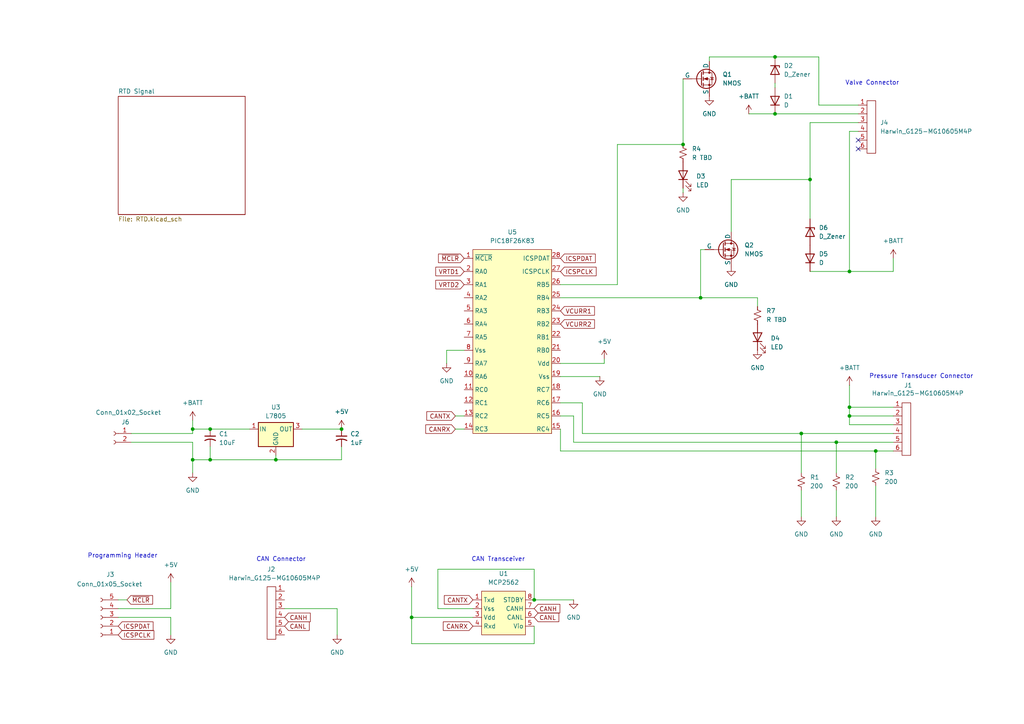
<source format=kicad_sch>
(kicad_sch (version 20250114) (generator "eeschema") (generator_version "9.0")
  (paper "A4")
  (lib_symbols
    (symbol "Connector:Conn_01x02_Socket" (pin_names (offset 1.016) (hide yes))
      (property "Reference" "J" (at 0 2.54 0))
      (property "Value" "Conn_01x02_Socket" (at 0 -5.08 0))
      (symbol "Conn_01x02_Socket_1_1"
        (polyline (pts (xy -1.27 0) (xy -0.508 0)) (stroke (width 0.1524)))
        (polyline (pts (xy -1.27 -2.54) (xy -0.508 -2.54)) (stroke (width 0.1524)))
        (arc (start 0 -0.508) (mid -0.5058 0) (end 0 0.508) (stroke (width 0.1524)))
        (arc (start 0 -3.048) (mid -0.5058 -2.54) (end 0 -2.032) (stroke (width 0.1524)))
        (pin passive line (at -5.08 0 0) (length 3.81) (name "Pin_1") (number "1"))
        (pin passive line (at -5.08 -2.54 0) (length 3.81) (name "Pin_2") (number "2"))
      )
    )
    (symbol "Connector:Conn_01x05_Socket" (pin_names (offset 1.016) (hide yes))
      (property "Reference" "J" (at 0 7.62 0))
      (property "Value" "Conn_01x05_Socket" (at 0 -7.62 0))
      (symbol "Conn_01x05_Socket_1_1"
        (polyline (pts (xy -1.27 5.08) (xy -0.508 5.08)) (stroke (width 0.1524)))
        (polyline (pts (xy -1.27 2.54) (xy -0.508 2.54)) (stroke (width 0.1524)))
        (polyline (pts (xy -1.27 0) (xy -0.508 0)) (stroke (width 0.1524)))
        (polyline (pts (xy -1.27 -2.54) (xy -0.508 -2.54)) (stroke (width 0.1524)))
        (polyline (pts (xy -1.27 -5.08) (xy -0.508 -5.08)) (stroke (width 0.1524)))
        (arc (start 0 4.572) (mid -0.5058 5.08) (end 0 5.588) (stroke (width 0.1524)))
        (arc (start 0 2.032) (mid -0.5058 2.54) (end 0 3.048) (stroke (width 0.1524)))
        (arc (start 0 -0.508) (mid -0.5058 0) (end 0 0.508) (stroke (width 0.1524)))
        (arc (start 0 -3.048) (mid -0.5058 -2.54) (end 0 -2.032) (stroke (width 0.1524)))
        (arc (start 0 -5.588) (mid -0.5058 -5.08) (end 0 -4.572) (stroke (width 0.1524)))
        (pin passive line (at -5.08 5.08 0) (length 3.81) (name "Pin_1") (number "1"))
        (pin passive line (at -5.08 2.54 0) (length 3.81) (name "Pin_2") (number "2"))
        (pin passive line (at -5.08 0 0) (length 3.81) (name "Pin_3") (number "3"))
        (pin passive line (at -5.08 -2.54 0) (length 3.81) (name "Pin_4") (number "4"))
        (pin passive line (at -5.08 -5.08 0) (length 3.81) (name "Pin_5") (number "5"))
      )
    )
    (symbol "Device:C_Small_US" (pin_numbers (hide yes)) (pin_names (offset 0.254) (hide yes))
      (property "Reference" "C" (at 0.254 1.778 0))
      (property "Value" "C_Small_US" (at 0.254 -2.032 0))
      (symbol "C_Small_US_0_1"
        (polyline (pts (xy -1.524 0.508) (xy 1.524 0.508)) (stroke (width 0.3048)))
        (arc (start -1.524 -0.762) (mid 0 -0.3734) (end 1.524 -0.762) (stroke (width 0.3048)))
      )
      (symbol "C_Small_US_1_1"
        (pin passive line (at 0 2.54 270) (length 2.032) (name "~") (number "1"))
        (pin passive line (at 0 -2.54 90) (length 2.032) (name "~") (number "2"))
      )
    )
    (symbol "Device:D" (pin_numbers (hide yes)) (pin_names (offset 1.016) (hide yes))
      (property "Reference" "D" (at 0 2.54 0))
      (property "Value" "D" (at 0 -2.54 0))
      (symbol "D_0_1"
        (polyline (pts (xy -1.27 1.27) (xy -1.27 -1.27)) (stroke (width 0.254)))
        (polyline (pts (xy 1.27 1.27) (xy 1.27 -1.27) (xy -1.27 0) (xy 1.27 1.27)) (stroke (width 0.254)))
        (polyline (pts (xy 1.27 0) (xy -1.27 0)))
      )
      (symbol "D_1_1"
        (pin passive line (at -3.81 0 0) (length 2.54) (name "K") (number "1"))
        (pin passive line (at 3.81 0 180) (length 2.54) (name "A") (number "2"))
      )
    )
    (symbol "Device:D_Zener" (pin_numbers (hide yes)) (pin_names (offset 1.016) (hide yes))
      (property "Reference" "D" (at 0 2.54 0))
      (property "Value" "D_Zener" (at 0 -2.54 0))
      (symbol "D_Zener_0_1"
        (polyline (pts (xy -1.27 -1.27) (xy -1.27 1.27) (xy -0.762 1.27)) (stroke (width 0.254)))
        (polyline (pts (xy 1.27 0) (xy -1.27 0)))
        (polyline (pts (xy 1.27 -1.27) (xy 1.27 1.27) (xy -1.27 0) (xy 1.27 -1.27)) (stroke (width 0.254)))
      )
      (symbol "D_Zener_1_1"
        (pin passive line (at -3.81 0 0) (length 2.54) (name "K") (number "1"))
        (pin passive line (at 3.81 0 180) (length 2.54) (name "A") (number "2"))
      )
    )
    (symbol "Device:LED" (pin_numbers (hide yes)) (pin_names (offset 1.016) (hide yes))
      (property "Reference" "D" (at 0 2.54 0))
      (property "Value" "LED" (at 0 -2.54 0))
      (symbol "LED_0_1"
        (polyline (pts (xy -3.048 -0.762) (xy -4.572 -2.286) (xy -3.81 -2.286) (xy -4.572 -2.286) (xy -4.572 -1.524)))
        (polyline (pts (xy -1.778 -0.762) (xy -3.302 -2.286) (xy -2.54 -2.286) (xy -3.302 -2.286) (xy -3.302 -1.524)))
        (polyline (pts (xy -1.27 0) (xy 1.27 0)))
        (polyline (pts (xy -1.27 -1.27) (xy -1.27 1.27)) (stroke (width 0.254)))
        (polyline (pts (xy 1.27 -1.27) (xy 1.27 1.27) (xy -1.27 0) (xy 1.27 -1.27)) (stroke (width 0.254)))
      )
      (symbol "LED_1_1"
        (pin passive line (at -3.81 0 0) (length 2.54) (name "K") (number "1"))
        (pin passive line (at 3.81 0 180) (length 2.54) (name "A") (number "2"))
      )
    )
    (symbol "Device:R_Small_US" (pin_numbers (hide yes)) (pin_names (offset 0.254) (hide yes))
      (property "Reference" "R" (at 0.762 0.508 0))
      (property "Value" "R_Small_US" (at 0.762 -1.016 0))
      (symbol "R_Small_US_1_1"
        (polyline (pts (xy 0 1.524) (xy 1.016 1.143) (xy 0 0.762) (xy -1.016 0.381) (xy 0 0)))
        (polyline (pts (xy 0 0) (xy 1.016 -0.381) (xy 0 -0.762) (xy -1.016 -1.143) (xy 0 -1.524)))
        (pin passive line (at 0 2.54 270) (length 1.016) (name "~") (number "1"))
        (pin passive line (at 0 -2.54 90) (length 1.016) (name "~") (number "2"))
      )
    )
    (symbol "FYDP_Library:Harwin_G125-MG10605M4P"
      (property "Reference" "J" (at 0.508 4.318 0))
      (property "Value" "Harwin_G125-MG10605M4P" (at 0.762 1.778 0))
      (symbol "Harwin_G125-MG10605M4P_0_1"
        (rectangle (start -1.27 0) (end 1.27 -15.24))
      )
      (symbol "Harwin_G125-MG10605M4P_1_1"
        (pin output line (at -3.81 -1.27 0) (length 2.54) (name "") (number "1"))
        (pin output line (at -3.81 -3.81 0) (length 2.54) (name "") (number "2"))
        (pin output line (at -3.81 -6.35 0) (length 2.54) (name "") (number "3"))
        (pin output line (at -3.81 -8.89 0) (length 2.54) (name "") (number "4"))
        (pin output line (at -3.81 -11.43 0) (length 2.54) (name "") (number "5"))
        (pin output line (at -3.81 -13.97 0) (length 2.54) (name "") (number "6"))
      )
    )
    (symbol "FYDP_Library:MCP2562"
      (property "Reference" "U" (at 0 5.334 0))
      (property "Value" "MCP2562" (at 0.254 2.54 0))
      (symbol "MCP2562_1_1"
        (rectangle (start -6.35 1.27) (end 6.35 -11.43) (fill (type background)))
        (pin input line (at -8.89 -1.27 0) (length 2.54) (name "Txd") (number "1"))
        (pin power_in line (at -8.89 -3.81 0) (length 2.54) (name "Vss") (number "2"))
        (pin power_in line (at -8.89 -6.35 0) (length 2.54) (name "Vdd") (number "3"))
        (pin input line (at -8.89 -8.89 0) (length 2.54) (name "Rxd") (number "4"))
        (pin input line (at 8.89 -1.27 180) (length 2.54) (name "STDBY") (number "8"))
        (pin input line (at 8.89 -3.81 180) (length 2.54) (name "CANH") (number "7"))
        (pin input line (at 8.89 -6.35 180) (length 2.54) (name "CANL") (number "6"))
        (pin input line (at 8.89 -8.89 180) (length 2.54) (name "Vio") (number "5"))
      )
    )
    (symbol "FYDP_Library:PIC18F26K83"
      (property "Reference" "U" (at 0 3.302 0))
      (property "Value" "PIC18F26K83" (at 0 1.27 0))
      (symbol "PIC18F26K83_1_1"
        (rectangle (start -11.43 0) (end 11.43 -53.34) (fill (type background)))
        (pin input line (at -13.97 -2.54 0) (length 2.54) (name "~{MCLR}") (number "1"))
        (pin input line (at -13.97 -6.35 0) (length 2.54) (name "RA0") (number "2"))
        (pin input line (at -13.97 -10.16 0) (length 2.54) (name "RA1") (number "3"))
        (pin input line (at -13.97 -13.97 0) (length 2.54) (name "RA2") (number "4"))
        (pin input line (at -13.97 -17.78 0) (length 2.54) (name "RA3") (number "5"))
        (pin input line (at -13.97 -21.59 0) (length 2.54) (name "RA4") (number "6"))
        (pin input line (at -13.97 -25.4 0) (length 2.54) (name "RA5") (number "7"))
        (pin power_in line (at -13.97 -29.21 0) (length 2.54) (name "Vss") (number "8"))
        (pin input line (at -13.97 -33.02 0) (length 2.54) (name "RA7") (number "9"))
        (pin input line (at -13.97 -36.83 0) (length 2.54) (name "RA6") (number "10"))
        (pin input line (at -13.97 -40.64 0) (length 2.54) (name "RC0") (number "11"))
        (pin input line (at -13.97 -44.45 0) (length 2.54) (name "RC1") (number "12"))
        (pin input line (at -13.97 -48.26 0) (length 2.54) (name "RC2") (number "13"))
        (pin input line (at -13.97 -52.07 0) (length 2.54) (name "RC3") (number "14"))
        (pin input line (at 13.97 -2.54 180) (length 2.54) (name "ICSPDAT") (number "28"))
        (pin input line (at 13.97 -6.35 180) (length 2.54) (name "ICSPCLK") (number "27"))
        (pin input line (at 13.97 -10.16 180) (length 2.54) (name "RB5") (number "26"))
        (pin input line (at 13.97 -13.97 180) (length 2.54) (name "RB4") (number "25"))
        (pin input line (at 13.97 -17.78 180) (length 2.54) (name "RB3") (number "24"))
        (pin input line (at 13.97 -21.59 180) (length 2.54) (name "RB2") (number "23"))
        (pin input line (at 13.97 -25.4 180) (length 2.54) (name "RB1") (number "22"))
        (pin input line (at 13.97 -29.21 180) (length 2.54) (name "RB0") (number "21"))
        (pin power_in line (at 13.97 -33.02 180) (length 2.54) (name "Vdd") (number "20"))
        (pin power_in line (at 13.97 -36.83 180) (length 2.54) (name "Vss") (number "19"))
        (pin input line (at 13.97 -40.64 180) (length 2.54) (name "RC7") (number "18"))
        (pin input line (at 13.97 -44.45 180) (length 2.54) (name "RC6") (number "17"))
        (pin input line (at 13.97 -48.26 180) (length 2.54) (name "RC5") (number "16"))
        (pin input line (at 13.97 -52.07 180) (length 2.54) (name "RC4") (number "15"))
      )
    )
    (symbol "Harwin_G125-MG10605M4P_1"
      (property "Reference" "J" (at 0.508 4.318 0))
      (property "Value" "Harwin_G125-MG10605M4P" (at 0.762 1.778 0))
      (symbol "Harwin_G125-MG10605M4P_1_0_1"
        (rectangle (start -1.27 0) (end 1.27 -15.24))
      )
      (symbol "Harwin_G125-MG10605M4P_1_1_1"
        (pin output line (at -3.81 -1.27 0) (length 2.54) (name "") (number "1"))
        (pin output line (at -3.81 -3.81 0) (length 2.54) (name "") (number "2"))
        (pin output line (at -3.81 -6.35 0) (length 2.54) (name "") (number "3"))
        (pin output line (at -3.81 -8.89 0) (length 2.54) (name "") (number "4"))
        (pin output line (at -3.81 -11.43 0) (length 2.54) (name "") (number "5"))
        (pin output line (at -3.81 -13.97 0) (length 2.54) (name "") (number "6"))
      )
    )
    (symbol "Regulator_Linear:L7805" (pin_names (offset 0.254))
      (property "Reference" "U" (at -3.81 3.175 0))
      (property "Value" "L7805" (at 0 3.175 0))
      (symbol "L7805_0_1"
        (rectangle (start -5.08 1.905) (end 5.08 -5.08) (stroke (width 0.254)) (fill (type background)))
      )
      (symbol "L7805_1_1"
        (pin power_in line (at -7.62 0 0) (length 2.54) (name "IN") (number "1"))
        (pin power_in line (at 0 -7.62 90) (length 2.54) (name "GND") (number "2"))
        (pin power_out line (at 7.62 0 180) (length 2.54) (name "OUT") (number "3"))
      )
    )
    (symbol "Simulation_SPICE:NMOS" (pin_numbers (hide yes)) (pin_names (offset 0))
      (property "Reference" "Q" (at 5.08 1.27 0))
      (property "Value" "NMOS" (at 5.08 -1.27 0))
      (symbol "NMOS_0_1"
        (polyline (pts (xy 0.254 1.905) (xy 0.254 -1.905)) (stroke (width 0.254)))
        (polyline (pts (xy 0.254 0) (xy -2.54 0)))
        (polyline (pts (xy 0.762 2.286) (xy 0.762 1.27)) (stroke (width 0.254)))
        (polyline (pts (xy 0.762 0.508) (xy 0.762 -0.508)) (stroke (width 0.254)))
        (polyline (pts (xy 0.762 -1.27) (xy 0.762 -2.286)) (stroke (width 0.254)))
        (polyline (pts (xy 0.762 -1.778) (xy 3.302 -1.778) (xy 3.302 1.778) (xy 0.762 1.778)))
        (polyline (pts (xy 1.016 0) (xy 2.032 0.381) (xy 2.032 -0.381) (xy 1.016 0)) (fill (type outline)))
        (circle (center 1.651 0) (radius 2.794) (stroke (width 0.254)))
        (polyline (pts (xy 2.54 2.54) (xy 2.54 1.778)))
        (circle (center 2.54 1.778) (radius 0.254) (fill (type outline)))
        (circle (center 2.54 -1.778) (radius 0.254) (fill (type outline)))
        (polyline (pts (xy 2.54 -2.54) (xy 2.54 0) (xy 0.762 0)))
        (polyline (pts (xy 2.794 0.508) (xy 2.921 0.381) (xy 3.683 0.381) (xy 3.81 0.254)))
        (polyline (pts (xy 3.302 0.381) (xy 2.921 -0.254) (xy 3.683 -0.254) (xy 3.302 0.381)))
      )
      (symbol "NMOS_1_1"
        (pin input line (at -5.08 0 0) (length 2.54) (name "G") (number "2"))
        (pin passive line (at 2.54 5.08 270) (length 2.54) (name "D") (number "1"))
        (pin passive line (at 2.54 -5.08 90) (length 2.54) (name "S") (number "3"))
      )
    )
    (symbol "power:+12V" (power) (pin_numbers (hide yes)) (pin_names (offset 0) (hide yes))
      (property "Value" "+12V" (at 0 3.556 0))
      (symbol "+12V_0_1"
        (polyline (pts (xy -0.762 1.27) (xy 0 2.54)))
        (polyline (pts (xy 0 2.54) (xy 0.762 1.27)))
        (polyline (pts (xy 0 0) (xy 0 2.54)))
      )
      (symbol "+12V_1_1"
        (pin power_in line (at 0 0 90) (length 0) (name "~") (number "1"))
      )
    )
    (symbol "power:+24V" (power) (pin_numbers (hide yes)) (pin_names (offset 0) (hide yes))
      (property "Value" "+24V" (at 0 3.556 0))
      (symbol "+24V_0_1"
        (polyline (pts (xy -0.762 1.27) (xy 0 2.54)))
        (polyline (pts (xy 0 2.54) (xy 0.762 1.27)))
        (polyline (pts (xy 0 0) (xy 0 2.54)))
      )
      (symbol "+24V_1_1"
        (pin power_in line (at 0 0 90) (length 0) (name "~") (number "1"))
      )
    )
    (symbol "power:+5V" (power) (pin_numbers (hide yes)) (pin_names (offset 0) (hide yes))
      (property "Value" "+5V" (at 0 3.556 0))
      (symbol "+5V_0_1"
        (polyline (pts (xy -0.762 1.27) (xy 0 2.54)))
        (polyline (pts (xy 0 2.54) (xy 0.762 1.27)))
        (polyline (pts (xy 0 0) (xy 0 2.54)))
      )
      (symbol "+5V_1_1"
        (pin power_in line (at 0 0 90) (length 0) (name "~") (number "1"))
      )
    )
    (symbol "power:+BATT" (power) (pin_numbers (hide yes)) (pin_names (offset 0) (hide yes))
      (property "Value" "+BATT" (at 0 3.556 0))
      (symbol "+BATT_0_1"
        (polyline (pts (xy -0.762 1.27) (xy 0 2.54)))
        (polyline (pts (xy 0 2.54) (xy 0.762 1.27)))
        (polyline (pts (xy 0 0) (xy 0 2.54)))
      )
      (symbol "+BATT_1_1"
        (pin power_in line (at 0 0 90) (length 0) (name "~") (number "1"))
      )
    )
    (symbol "power:GND" (power) (pin_numbers (hide yes)) (pin_names (offset 0) (hide yes))
      (property "Value" "GND" (at 0 -3.81 0))
      (symbol "GND_0_1"
        (polyline (pts (xy 0 0) (xy 0 -1.27) (xy 1.27 -1.27) (xy 0 -2.54) (xy -1.27 -1.27) (xy 0 -1.27)))
      )
      (symbol "GND_1_1"
        (pin power_in line (at 0 0 270) (length 0) (name "~") (number "1"))
      )
    )
  )
  (text "Pressure Transducer Connector" (at 267.208 109.22 0) (effects (font (size 1.27 1.27))))
  (text "CAN Connector" (at 81.534 162.306 0) (effects (font (size 1.27 1.27))))
  (text "CAN Transceiver" (at 144.526 162.306 0) (effects (font (size 1.27 1.27))))
  (text "Programming Header" (at 35.56 161.29 0) (effects (font (size 1.27 1.27))))
  (text "Valve Connector" (at 252.984 24.13 0) (effects (font (size 1.27 1.27))))
  (junction (at 80.01 133.35))
  (junction (at 60.96 133.35))
  (junction (at 246.38 120.65))
  (junction (at 154.94 173.99))
  (junction (at 234.95 52.07))
  (junction (at 198.12 41.91))
  (junction (at 60.96 124.46))
  (junction (at 55.88 124.46))
  (junction (at 119.38 179.07))
  (junction (at 55.88 133.35))
  (junction (at 224.79 16.51))
  (junction (at 232.41 125.73))
  (junction (at 224.79 33.02))
  (junction (at 254 130.81))
  (junction (at 242.57 128.27))
  (junction (at 99.06 124.46))
  (junction (at 246.38 78.74))
  (junction (at 203.2 86.36))
  (junction (at 246.38 118.11))
  (no_connect (at 248.92 43.18))
  (no_connect (at 248.92 40.64))
  (wire (pts (xy 154.94 173.99) (xy 154.94 165.1)))
  (wire (pts (xy 97.79 176.53) (xy 97.79 184.15)))
  (wire (pts (xy 203.2 72.39) (xy 204.47 72.39)))
  (wire (pts (xy 237.49 16.51) (xy 237.49 30.48)))
  (wire (pts (xy 224.79 33.02) (xy 248.92 33.02)))
  (wire (pts (xy 38.1 125.73) (xy 55.88 125.73)))
  (wire (pts (xy 254 140.97) (xy 254 149.86)))
  (wire (pts (xy 234.95 35.56) (xy 248.92 35.56)))
  (wire (pts (xy 168.91 125.73) (xy 232.41 125.73)))
  (wire (pts (xy 34.29 179.07) (xy 49.53 179.07)))
  (wire (pts (xy 80.01 133.35) (xy 99.06 133.35)))
  (wire (pts (xy 217.17 33.02) (xy 224.79 33.02)))
  (wire (pts (xy 162.56 82.55) (xy 179.07 82.55)))
  (wire (pts (xy 198.12 22.86) (xy 198.12 41.91)))
  (wire (pts (xy 179.07 82.55) (xy 179.07 41.91)))
  (wire (pts (xy 224.79 24.13) (xy 224.79 25.4)))
  (wire (pts (xy 242.57 128.27) (xy 259.08 128.27)))
  (wire (pts (xy 38.1 128.27) (xy 55.88 128.27)))
  (wire (pts (xy 162.56 130.81) (xy 254 130.81)))
  (wire (pts (xy 234.95 78.74) (xy 246.38 78.74)))
  (wire (pts (xy 119.38 179.07) (xy 137.16 179.07)))
  (wire (pts (xy 237.49 16.51) (xy 224.79 16.51)))
  (wire (pts (xy 232.41 125.73) (xy 232.41 137.16)))
  (wire (pts (xy 259.08 74.93) (xy 259.08 78.74)))
  (wire (pts (xy 162.56 109.22) (xy 173.99 109.22)))
  (wire (pts (xy 237.49 30.48) (xy 248.92 30.48)))
  (wire (pts (xy 132.08 124.46) (xy 134.62 124.46)))
  (wire (pts (xy 127 176.53) (xy 137.16 176.53)))
  (wire (pts (xy 242.57 128.27) (xy 242.57 137.16)))
  (wire (pts (xy 119.38 186.69) (xy 154.94 186.69)))
  (wire (pts (xy 60.96 124.46) (xy 72.39 124.46)))
  (wire (pts (xy 246.38 120.65) (xy 259.08 120.65)))
  (wire (pts (xy 166.37 120.65) (xy 166.37 128.27)))
  (wire (pts (xy 154.94 186.69) (xy 154.94 181.61)))
  (wire (pts (xy 49.53 179.07) (xy 49.53 184.15)))
  (wire (pts (xy 55.88 121.92) (xy 55.88 124.46)))
  (wire (pts (xy 205.74 16.51) (xy 224.79 16.51)))
  (wire (pts (xy 119.38 179.07) (xy 119.38 186.69)))
  (wire (pts (xy 129.54 101.6) (xy 134.62 101.6)))
  (wire (pts (xy 119.38 170.18) (xy 119.38 179.07)))
  (wire (pts (xy 212.09 52.07) (xy 234.95 52.07)))
  (wire (pts (xy 162.56 86.36) (xy 203.2 86.36)))
  (wire (pts (xy 198.12 54.61) (xy 198.12 55.88)))
  (wire (pts (xy 55.88 124.46) (xy 60.96 124.46)))
  (wire (pts (xy 234.95 52.07) (xy 234.95 63.5)))
  (wire (pts (xy 162.56 116.84) (xy 168.91 116.84)))
  (wire (pts (xy 232.41 125.73) (xy 259.08 125.73)))
  (wire (pts (xy 246.38 38.1) (xy 246.38 78.74)))
  (wire (pts (xy 34.29 176.53) (xy 49.53 176.53)))
  (wire (pts (xy 99.06 129.54) (xy 99.06 133.35)))
  (wire (pts (xy 82.55 176.53) (xy 97.79 176.53)))
  (wire (pts (xy 60.96 129.54) (xy 60.96 133.35)))
  (wire (pts (xy 55.88 128.27) (xy 55.88 133.35)))
  (wire (pts (xy 259.08 78.74) (xy 246.38 78.74)))
  (wire (pts (xy 254 130.81) (xy 254 135.89)))
  (wire (pts (xy 246.38 111.76) (xy 246.38 118.11)))
  (wire (pts (xy 166.37 128.27) (xy 242.57 128.27)))
  (wire (pts (xy 55.88 133.35) (xy 60.96 133.35)))
  (wire (pts (xy 219.71 86.36) (xy 219.71 88.9)))
  (wire (pts (xy 154.94 165.1) (xy 127 165.1)))
  (wire (pts (xy 162.56 105.41) (xy 175.26 105.41)))
  (wire (pts (xy 234.95 35.56) (xy 234.95 52.07)))
  (wire (pts (xy 162.56 124.46) (xy 162.56 130.81)))
  (wire (pts (xy 55.88 133.35) (xy 55.88 137.16)))
  (wire (pts (xy 232.41 142.24) (xy 232.41 149.86)))
  (wire (pts (xy 168.91 116.84) (xy 168.91 125.73)))
  (wire (pts (xy 162.56 120.65) (xy 166.37 120.65)))
  (wire (pts (xy 34.29 173.99) (xy 36.83 173.99)))
  (wire (pts (xy 246.38 118.11) (xy 259.08 118.11)))
  (wire (pts (xy 127 165.1) (xy 127 176.53)))
  (wire (pts (xy 132.08 120.65) (xy 134.62 120.65)))
  (wire (pts (xy 246.38 120.65) (xy 246.38 123.19)))
  (wire (pts (xy 246.38 123.19) (xy 259.08 123.19)))
  (wire (pts (xy 55.88 124.46) (xy 55.88 125.73)))
  (wire (pts (xy 205.74 16.51) (xy 205.74 17.78)))
  (wire (pts (xy 212.09 67.31) (xy 212.09 52.07)))
  (wire (pts (xy 203.2 72.39) (xy 203.2 86.36)))
  (wire (pts (xy 175.26 105.41) (xy 175.26 104.14)))
  (wire (pts (xy 246.38 38.1) (xy 248.92 38.1)))
  (wire (pts (xy 154.94 173.99) (xy 166.37 173.99)))
  (wire (pts (xy 246.38 118.11) (xy 246.38 120.65)))
  (wire (pts (xy 80.01 133.35) (xy 80.01 132.08)))
  (wire (pts (xy 203.2 86.36) (xy 219.71 86.36)))
  (wire (pts (xy 179.07 41.91) (xy 198.12 41.91)))
  (wire (pts (xy 254 130.81) (xy 259.08 130.81)))
  (wire (pts (xy 242.57 142.24) (xy 242.57 149.86)))
  (wire (pts (xy 87.63 124.46) (xy 99.06 124.46)))
  (wire (pts (xy 129.54 105.41) (xy 129.54 101.6)))
  (wire (pts (xy 49.53 176.53) (xy 49.53 168.91)))
  (wire (pts (xy 60.96 133.35) (xy 80.01 133.35)))
  (global_label "CANRX" (shape input) (at 137.16 181.61 180) (property "Intersheetrefs" "${INTERSHEET_REFS}" (effects (hide yes))))
  (global_label "ICSPDAT" (shape input) (at 162.56 74.93 0) (property "Intersheetrefs" "${INTERSHEET_REFS}" (effects (hide yes))))
  (global_label "ICSPDAT" (shape input) (at 34.29 181.61 0) (property "Intersheetrefs" "${INTERSHEET_REFS}" (effects (hide yes))))
  (global_label "VCURR2" (shape input) (at 162.56 93.98 0) (property "Intersheetrefs" "${INTERSHEET_REFS}" (effects (hide yes))))
  (global_label "CANL" (shape input) (at 154.94 179.07 0) (property "Intersheetrefs" "${INTERSHEET_REFS}" (effects (hide yes))))
  (global_label "~{MCLR}" (shape input) (at 36.83 173.99 0) (property "Intersheetrefs" "${INTERSHEET_REFS}" (effects (hide yes))))
  (global_label "VRTD2" (shape input) (at 134.62 82.55 180) (property "Intersheetrefs" "${INTERSHEET_REFS}" (effects (hide yes))))
  (global_label "CANL" (shape input) (at 82.55 181.61 0) (property "Intersheetrefs" "${INTERSHEET_REFS}" (effects (hide yes))))
  (global_label "ICSPCLK" (shape input) (at 162.56 78.74 0) (property "Intersheetrefs" "${INTERSHEET_REFS}" (effects (hide yes))))
  (global_label "VRTD1" (shape input) (at 134.62 78.74 180) (property "Intersheetrefs" "${INTERSHEET_REFS}" (effects (hide yes))))
  (global_label "CANTX" (shape input) (at 137.16 173.99 180) (property "Intersheetrefs" "${INTERSHEET_REFS}" (effects (hide yes))))
  (global_label "CANTX" (shape input) (at 132.08 120.65 180) (property "Intersheetrefs" "${INTERSHEET_REFS}" (effects (hide yes))))
  (global_label "~{MCLR}" (shape input) (at 134.62 74.93 180) (property "Intersheetrefs" "${INTERSHEET_REFS}" (effects (hide yes))))
  (global_label "CANH" (shape input) (at 82.55 179.07 0) (property "Intersheetrefs" "${INTERSHEET_REFS}" (effects (hide yes))))
  (global_label "CANRX" (shape input) (at 132.08 124.46 180) (property "Intersheetrefs" "${INTERSHEET_REFS}" (effects (hide yes))))
  (global_label "VCURR1" (shape input) (at 162.56 90.17 0) (property "Intersheetrefs" "${INTERSHEET_REFS}" (effects (hide yes))))
  (global_label "CANH" (shape input) (at 154.94 176.53 0) (property "Intersheetrefs" "${INTERSHEET_REFS}" (effects (hide yes))))
  (global_label "ICSPCLK" (shape input) (at 34.29 184.15 0) (property "Intersheetrefs" "${INTERSHEET_REFS}" (effects (hide yes))))
  (symbol (lib_id "Simulation_SPICE:NMOS") (at 203.2 22.86 0) (unit 1)
    (property "Reference" "Q1" (at 209.55 21.5899 0) (effects (justify left)))
    (property "Value" "NMOS" (at 209.55 24.1299 0) (effects (justify left)))
    (property "Datasheet" "https://ngspice.sourceforge.io/docs/ngspice-html-manual/manual.xhtml#cha_MOSFETs" (effects (hide yes)))
    (property "Description" "N-MOSFET transistor, drain/source/gate" (effects (hide yes)))
    (property "Sim.Device" "NMOS" (effects (hide yes)))
    (property "Sim.Type" "VDMOS" (effects (hide yes)))
    (property "Sim.Pins" "1=D 2=G 3=S" (effects (hide yes)))
  )
  (symbol (lib_id "Device:D") (at 234.95 74.93 90) (unit 1)
    (property "Reference" "D5" (at 237.49 73.6599 90) (effects (justify right)))
    (property "Value" "D" (at 237.49 76.1999 90) (effects (justify right)))
    (property "Description" "Diode" (effects (hide yes)))
    (property "Sim.Device" "D" (effects (hide yes)))
    (property "Sim.Pins" "1=K 2=A" (effects (hide yes)))
  )
  (symbol (lib_id "Device:LED") (at 198.12 50.8 90) (unit 1)
    (property "Reference" "D3" (at 201.93 51.1174 90) (effects (justify right)))
    (property "Value" "LED" (at 201.93 53.6574 90) (effects (justify right)))
    (property "Description" "Light emitting diode" (effects (hide yes)))
    (property "Sim.Pins" "1=K 2=A" (effects (hide yes)))
  )
  (symbol (lib_id "Device:R_Small_US") (at 198.12 44.45 0) (unit 1)
    (property "Reference" "R4" (at 200.66 43.1799 0) (effects (justify left)))
    (property "Value" "R TBD" (at 200.66 45.7199 0) (effects (justify left)))
    (property "Description" "Resistor, small US symbol" (effects (hide yes)))
  )
  (symbol (lib_id "Device:C_Small_US") (at 60.96 127 0) (unit 1)
    (property "Reference" "C1" (at 63.5 125.8569 0) (effects (justify left)))
    (property "Value" "10uF" (at 63.5 128.3969 0) (effects (justify left)))
    (property "Description" "capacitor, small US symbol" (effects (hide yes)))
  )
  (symbol (lib_id "power:+5V") (at 119.38 170.18 0) (unit 1)
    (property "Reference" "#PWR015" (effects (hide yes)))
    (property "Value" "+5V" (at 119.38 165.1 0))
    (property "Description" "Power symbol creates a global label with name \"+5V\"" (effects (hide yes)))
  )
  (symbol (lib_id "power:GND") (at 212.09 77.47 0) (unit 1)
    (property "Reference" "#PWR021" (effects (hide yes)))
    (property "Value" "GND" (at 212.09 82.55 0))
    (property "Description" "Power symbol creates a global label with name \"GND\" , ground" (effects (hide yes)))
  )
  (symbol (lib_id "power:GND") (at 49.53 184.15 0) (unit 1)
    (property "Reference" "#PWR013" (effects (hide yes)))
    (property "Value" "GND" (at 49.53 189.23 0))
    (property "Description" "Power symbol creates a global label with name \"GND\" , ground" (effects (hide yes)))
  )
  (symbol (lib_id "FYDP_Library:PIC18F26K83") (at 148.59 72.39 0) (unit 1)
    (property "Reference" "U5" (at 148.59 67.31 0))
    (property "Value" "PIC18F26K83" (at 148.59 69.85 0))
  )
  (symbol (lib_id "power:GND") (at 205.74 27.94 0) (unit 1)
    (property "Reference" "#PWR011" (effects (hide yes)))
    (property "Value" "GND" (at 205.74 33.02 0))
    (property "Description" "Power symbol creates a global label with name \"GND\" , ground" (effects (hide yes)))
  )
  (symbol (lib_id "Device:C_Small_US") (at 99.06 127 0) (unit 1)
    (property "Reference" "C2" (at 101.6 125.8569 0) (effects (justify left)))
    (property "Value" "1uF" (at 101.6 128.3969 0) (effects (justify left)))
    (property "Description" "capacitor, small US symbol" (effects (hide yes)))
  )
  (symbol (lib_id "FYDP_Library:Harwin_G125-MG10605M4P") (at 262.89 116.84 0) (unit 1)
    (property "Reference" "J1" (at 263.398 111.76 0))
    (property "Value" "Harwin_G125-MG10605M4P" (at 266.192 114.046 0))
  )
  (symbol (lib_id "power:GND") (at 166.37 173.99 0) (unit 1)
    (property "Reference" "#PWR016" (effects (hide yes)))
    (property "Value" "GND" (at 166.37 179.07 0))
    (property "Description" "Power symbol creates a global label with name \"GND\" , ground" (effects (hide yes)))
  )
  (symbol (lib_id "power:+5V") (at 49.53 168.91 0) (unit 1)
    (property "Reference" "#PWR014" (effects (hide yes)))
    (property "Value" "+5V" (at 49.53 163.83 0))
    (property "Description" "Power symbol creates a global label with name \"+5V\"" (effects (hide yes)))
  )
  (symbol (lib_id "power:+5V") (at 99.06 124.46 0) (unit 1)
    (property "Reference" "#PWR027" (effects (hide yes)))
    (property "Value" "+5V" (at 99.06 119.38 0))
    (property "Description" "Power symbol creates a global label with name \"+5V\"" (effects (hide yes)))
  )
  (symbol (lib_id "power:+BATT") (at 259.08 74.93 0) (unit 1)
    (property "Reference" "#PWR019" (effects (hide yes)))
    (property "Value" "+BATT" (at 259.08 69.85 0))
    (property "Description" "Power symbol creates a global label with name \"+BATT\"" (effects (hide yes)))
  )
  (symbol (lib_id "Device:R_Small_US") (at 242.57 139.7 0) (unit 1)
    (property "Reference" "R2" (at 245.11 138.4299 0) (effects (justify left)))
    (property "Value" "200" (at 245.11 140.9699 0) (effects (justify left)))
    (property "Description" "Resistor, small US symbol" (effects (hide yes)))
  )
  (symbol (lib_id "power:GND") (at 173.99 109.22 0) (unit 1)
    (property "Reference" "#PWR018" (effects (hide yes)))
    (property "Value" "GND" (at 173.99 114.3 0))
    (property "Description" "Power symbol creates a global label with name \"GND\" , ground" (effects (hide yes)))
  )
  (symbol (lib_id "power:+BATT") (at 55.88 121.92 0) (unit 1)
    (property "Reference" "#PWR025" (effects (hide yes)))
    (property "Value" "+BATT" (at 55.88 116.84 0))
    (property "Description" "Power symbol creates a global label with name \"+BATT\"" (effects (hide yes)))
  )
  (symbol (lib_id "power:GND") (at 242.57 149.86 0) (unit 1)
    (property "Reference" "#PWR03" (effects (hide yes)))
    (property "Value" "GND" (at 242.57 154.94 0))
    (property "Description" "Power symbol creates a global label with name \"GND\" , ground" (effects (hide yes)))
  )
  (symbol (lib_id "Regulator_Linear:L7805") (at 80.01 124.46 0) (unit 1)
    (property "Reference" "U3" (at 80.01 118.11 0))
    (property "Value" "L7805" (at 80.01 120.65 0))
    (property "Datasheet" "http://www.st.com/content/ccc/resource/technical/document/datasheet/41/4f/b3/b0/12/d4/47/88/CD00000444.pdf/files/CD00000444.pdf/jcr:content/translations/en.CD00000444.pdf" (effects (hide yes)))
    (property "Description" "Positive 1.5A 35V Linear Regulator, Fixed Output 5V, TO-220/TO-263/TO-252" (effects (hide yes)))
  )
  (symbol (lib_id "power:GND") (at 198.12 55.88 0) (unit 1)
    (property "Reference" "#PWR012" (effects (hide yes)))
    (property "Value" "GND" (at 198.12 60.96 0))
    (property "Description" "Power symbol creates a global label with name \"GND\" , ground" (effects (hide yes)))
  )
  (symbol (lib_id "Device:R_Small_US") (at 219.71 91.44 0) (unit 1)
    (property "Reference" "R7" (at 222.25 90.1699 0) (effects (justify left)))
    (property "Value" "R TBD" (at 222.25 92.7099 0) (effects (justify left)))
    (property "Description" "Resistor, small US symbol" (effects (hide yes)))
  )
  (symbol (lib_id "power:+12V") (at 217.17 33.02 0) (unit 1)
    (property "Reference" "#PWR010" (effects (hide yes)))
    (property "Value" "+BATT" (at 217.17 27.94 0))
    (property "Description" "Power symbol creates a global label with name \"+12V\"" (effects (hide yes)))
  )
  (symbol (lib_id "power:GND") (at 129.54 105.41 0) (unit 1)
    (property "Reference" "#PWR08" (effects (hide yes)))
    (property "Value" "GND" (at 129.54 110.49 0))
    (property "Description" "Power symbol creates a global label with name \"GND\" , ground" (effects (hide yes)))
  )
  (symbol (lib_name "Harwin_G125-MG10605M4P_1") (lib_id "FYDP_Library:Harwin_G125-MG10605M4P") (at 78.74 170.18 0) (mirror y) (unit 1)
    (property "Reference" "J2" (at 77.47 165.1 0) (effects (justify right)))
    (property "Value" "Harwin_G125-MG10605M4P" (at 66.294 167.64 0) (effects (justify right)))
  )
  (symbol (lib_id "Device:D_Zener") (at 234.95 67.31 270) (unit 1)
    (property "Reference" "D6" (at 237.49 66.0399 90) (effects (justify left)))
    (property "Value" "D_Zener" (at 237.49 68.5799 90) (effects (justify left)))
    (property "Description" "Zener diode" (effects (hide yes)))
  )
  (symbol (lib_id "Device:R_Small_US") (at 254 138.43 0) (unit 1)
    (property "Reference" "R3" (at 256.54 137.1599 0) (effects (justify left)))
    (property "Value" "200" (at 256.54 139.6999 0) (effects (justify left)))
    (property "Description" "Resistor, small US symbol" (effects (hide yes)))
  )
  (symbol (lib_id "FYDP_Library:MCP2562") (at 146.05 172.72 0) (unit 1)
    (property "Reference" "U1" (at 146.05 166.37 0))
    (property "Value" "MCP2562" (at 146.05 168.91 0))
  )
  (symbol (lib_id "Device:R_Small_US") (at 232.41 139.7 0) (unit 1)
    (property "Reference" "R1" (at 234.95 138.4299 0) (effects (justify left)))
    (property "Value" "200" (at 234.95 140.9699 0) (effects (justify left)))
    (property "Description" "Resistor, small US symbol" (effects (hide yes)))
  )
  (symbol (lib_id "power:+5V") (at 175.26 104.14 0) (unit 1)
    (property "Reference" "#PWR09" (effects (hide yes)))
    (property "Value" "+5V" (at 175.26 99.06 0))
    (property "Description" "Power symbol creates a global label with name \"+5V\"" (effects (hide yes)))
  )
  (symbol (lib_id "power:GND") (at 97.79 184.15 0) (unit 1)
    (property "Reference" "#PWR017" (effects (hide yes)))
    (property "Value" "GND" (at 97.79 189.23 0))
    (property "Description" "Power symbol creates a global label with name \"GND\" , ground" (effects (hide yes)))
  )
  (symbol (lib_id "power:GND") (at 219.71 101.6 0) (unit 1)
    (property "Reference" "#PWR020" (effects (hide yes)))
    (property "Value" "GND" (at 219.71 106.68 0))
    (property "Description" "Power symbol creates a global label with name \"GND\" , ground" (effects (hide yes)))
  )
  (symbol (lib_id "power:GND") (at 254 149.86 0) (unit 1)
    (property "Reference" "#PWR04" (effects (hide yes)))
    (property "Value" "GND" (at 254 154.94 0))
    (property "Description" "Power symbol creates a global label with name \"GND\" , ground" (effects (hide yes)))
  )
  (symbol (lib_id "Connector:Conn_01x02_Socket") (at 33.02 125.73 0) (mirror y) (unit 1)
    (property "Reference" "J6" (at 37.592 122.428 0) (effects (justify left)))
    (property "Value" "Conn_01x02_Socket" (at 46.736 119.634 0) (effects (justify left)))
    (property "Description" "Generic connector, single row, 01x02, script generated" (effects (hide yes)))
  )
  (symbol (lib_id "Connector:Conn_01x05_Socket") (at 29.21 179.07 180) (unit 1)
    (property "Reference" "J3" (at 32.004 166.624 0))
    (property "Value" "Conn_01x05_Socket" (at 31.75 169.418 0))
    (property "Description" "Generic connector, single row, 01x05, script generated" (effects (hide yes)))
  )
  (symbol (lib_id "Device:D") (at 224.79 29.21 90) (unit 1)
    (property "Reference" "D1" (at 227.33 27.9399 90) (effects (justify right)))
    (property "Value" "D" (at 227.33 30.4799 90) (effects (justify right)))
    (property "Description" "Diode" (effects (hide yes)))
    (property "Sim.Device" "D" (effects (hide yes)))
    (property "Sim.Pins" "1=K 2=A" (effects (hide yes)))
  )
  (symbol (lib_id "Simulation_SPICE:NMOS") (at 209.55 72.39 0) (unit 1)
    (property "Reference" "Q2" (at 215.9 71.1199 0) (effects (justify left)))
    (property "Value" "NMOS" (at 215.9 73.6599 0) (effects (justify left)))
    (property "Datasheet" "https://ngspice.sourceforge.io/docs/ngspice-html-manual/manual.xhtml#cha_MOSFETs" (effects (hide yes)))
    (property "Description" "N-MOSFET transistor, drain/source/gate" (effects (hide yes)))
    (property "Sim.Device" "NMOS" (effects (hide yes)))
    (property "Sim.Type" "VDMOS" (effects (hide yes)))
    (property "Sim.Pins" "1=D 2=G 3=S" (effects (hide yes)))
  )
  (symbol (lib_id "power:GND") (at 55.88 137.16 0) (unit 1)
    (property "Reference" "#PWR026" (effects (hide yes)))
    (property "Value" "GND" (at 55.88 142.24 0))
    (property "Description" "Power symbol creates a global label with name \"GND\" , ground" (effects (hide yes)))
  )
  (symbol (lib_id "Device:D_Zener") (at 224.79 20.32 270) (unit 1)
    (property "Reference" "D2" (at 227.33 19.0499 90) (effects (justify left)))
    (property "Value" "D_Zener" (at 227.33 21.5899 90) (effects (justify left)))
    (property "Description" "Zener diode" (effects (hide yes)))
  )
  (symbol (lib_id "power:GND") (at 232.41 149.86 0) (unit 1)
    (property "Reference" "#PWR01" (effects (hide yes)))
    (property "Value" "GND" (at 232.41 154.94 0))
    (property "Description" "Power symbol creates a global label with name \"GND\" , ground" (effects (hide yes)))
  )
  (symbol (lib_id "FYDP_Library:Harwin_G125-MG10605M4P") (at 252.73 29.21 0) (unit 1)
    (property "Reference" "J4" (at 255.27 35.5599 0) (effects (justify left)))
    (property "Value" "Harwin_G125-MG10605M4P" (at 255.27 38.0999 0) (effects (justify left)))
  )
  (symbol (lib_id "Device:LED") (at 219.71 97.79 90) (unit 1)
    (property "Reference" "D4" (at 223.52 98.1074 90) (effects (justify right)))
    (property "Value" "LED" (at 223.52 100.6474 90) (effects (justify right)))
    (property "Description" "Light emitting diode" (effects (hide yes)))
    (property "Sim.Pins" "1=K 2=A" (effects (hide yes)))
  )
  (symbol (lib_id "power:+24V") (at 246.38 111.76 0) (unit 1)
    (property "Reference" "#PWR02" (effects (hide yes)))
    (property "Value" "+BATT" (at 246.38 106.68 0))
    (property "Description" "Power symbol creates a global label with name \"+24V\"" (effects (hide yes)))
  )
  (sheet (at 34.29 27.94) (size 36.83 34.29) (stroke (width 0.1524))
    (property "Sheetname" "RTD Signal" (at 34.29 27.2284 0) (effects (justify left bottom)))
    (property "Sheetfile" "RTD.kicad_sch" (at 34.29 62.8146 0) (effects (justify left top)))
  )
)
</source>
